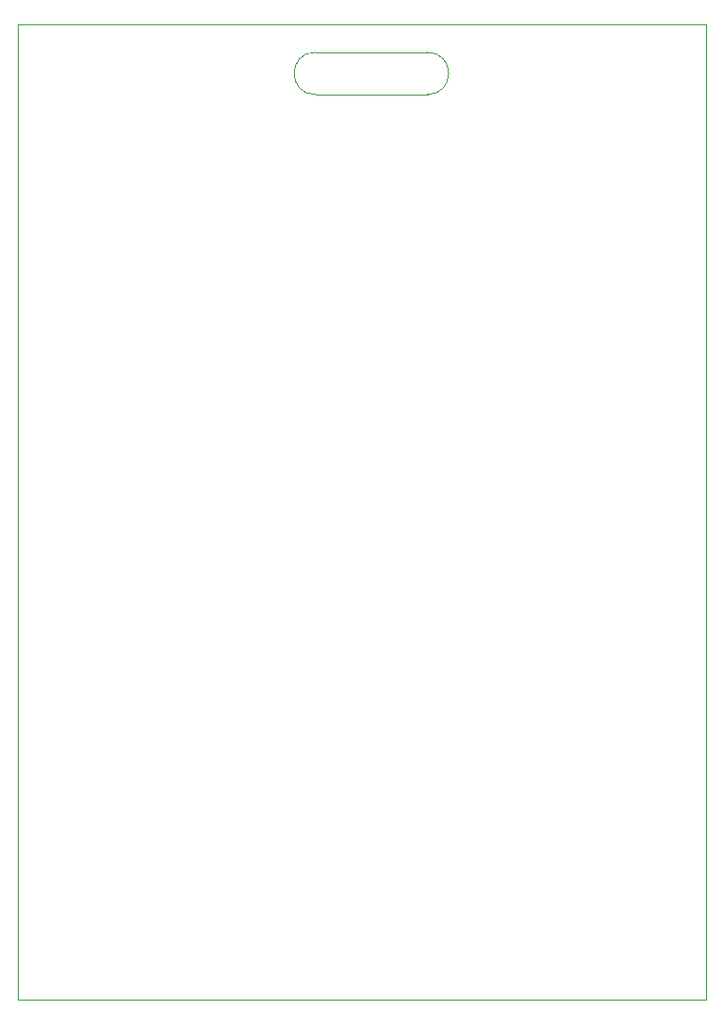
<source format=gm1>
G04 #@! TF.GenerationSoftware,KiCad,Pcbnew,(5.1.5)-3*
G04 #@! TF.CreationDate,2020-05-01T19:17:31-04:00*
G04 #@! TF.ProjectId,555_Badge,3535355f-4261-4646-9765-2e6b69636164,v01*
G04 #@! TF.SameCoordinates,Original*
G04 #@! TF.FileFunction,Profile,NP*
%FSLAX46Y46*%
G04 Gerber Fmt 4.6, Leading zero omitted, Abs format (unit mm)*
G04 Created by KiCad (PCBNEW (5.1.5)-3) date 2020-05-01 19:17:31*
%MOMM*%
%LPD*%
G04 APERTURE LIST*
%ADD10C,0.025400*%
G04 APERTURE END LIST*
D10*
X153924000Y-47752000D02*
G75*
G02X153924000Y-43942000I0J1905000D01*
G01*
X164084000Y-47752000D02*
G75*
G03X164084000Y-43942000I0J1905000D01*
G01*
X153924000Y-47752000D02*
X164084000Y-47752000D01*
X153924000Y-43942000D02*
X164084000Y-43942000D01*
X127000000Y-41402000D02*
X189230000Y-41402000D01*
X189230000Y-41402000D02*
X189230000Y-129540000D01*
X189230000Y-129540000D02*
X127000000Y-129540000D01*
X127000000Y-129540000D02*
X127000000Y-41402000D01*
M02*

</source>
